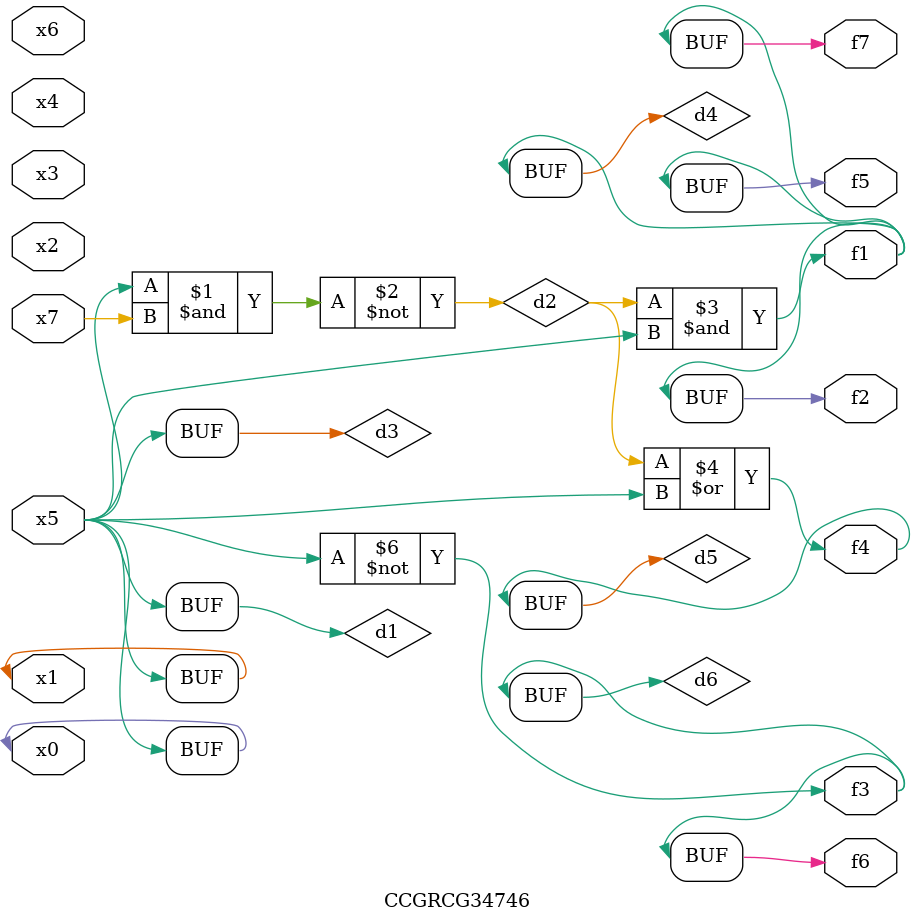
<source format=v>
module CCGRCG34746(
	input x0, x1, x2, x3, x4, x5, x6, x7,
	output f1, f2, f3, f4, f5, f6, f7
);

	wire d1, d2, d3, d4, d5, d6;

	buf (d1, x0, x5);
	nand (d2, x5, x7);
	buf (d3, x0, x1);
	and (d4, d2, d3);
	or (d5, d2, d3);
	nor (d6, d1, d3);
	assign f1 = d4;
	assign f2 = d4;
	assign f3 = d6;
	assign f4 = d5;
	assign f5 = d4;
	assign f6 = d6;
	assign f7 = d4;
endmodule

</source>
